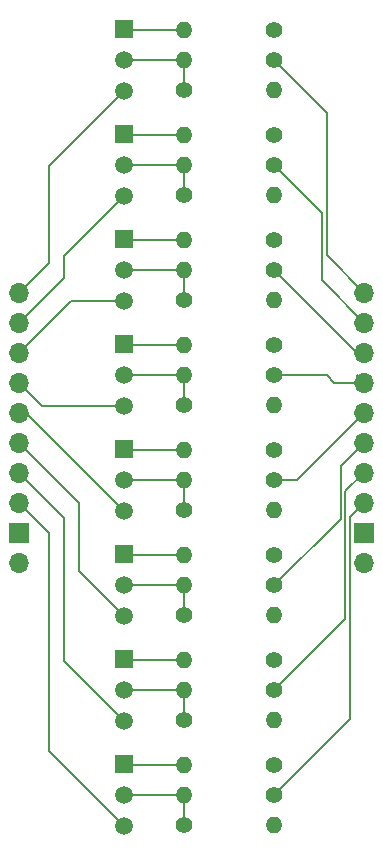
<source format=gtl>
%TF.GenerationSoftware,KiCad,Pcbnew,7.0.11*%
%TF.CreationDate,2024-05-22T14:54:00+02:00*%
%TF.ProjectId,Untitled,556e7469-746c-4656-942e-6b696361645f,1.0*%
%TF.SameCoordinates,Original*%
%TF.FileFunction,Copper,L1,Top*%
%TF.FilePolarity,Positive*%
%FSLAX46Y46*%
G04 Gerber Fmt 4.6, Leading zero omitted, Abs format (unit mm)*
G04 Created by KiCad (PCBNEW 7.0.11) date 2024-05-22 14:54:00*
%MOMM*%
%LPD*%
G01*
G04 APERTURE LIST*
%TA.AperFunction,ComponentPad*%
%ADD10R,1.500000X1.500000*%
%TD*%
%TA.AperFunction,ComponentPad*%
%ADD11C,1.500000*%
%TD*%
%TA.AperFunction,ComponentPad*%
%ADD12O,1.700000X1.700000*%
%TD*%
%TA.AperFunction,ComponentPad*%
%ADD13R,1.700000X1.700000*%
%TD*%
%TA.AperFunction,ComponentPad*%
%ADD14C,1.400000*%
%TD*%
%TA.AperFunction,ComponentPad*%
%ADD15O,1.400000X1.400000*%
%TD*%
%TA.AperFunction,Conductor*%
%ADD16C,0.200000*%
%TD*%
G04 APERTURE END LIST*
D10*
%TO.P,Q1,1,C*%
%TO.N,Net-(Q1-C)*%
X81280000Y-106620000D03*
D11*
%TO.P,Q1,2,B*%
%TO.N,Net-(Q1-B)*%
X81280000Y-109220000D03*
%TO.P,Q1,3,E*%
%TO.N,/VMA436_IN_1*%
X81280000Y-111820000D03*
%TD*%
D10*
%TO.P,Q2,1,C*%
%TO.N,Net-(Q2-C)*%
X81280000Y-97730000D03*
D11*
%TO.P,Q2,2,B*%
%TO.N,Net-(Q2-B)*%
X81280000Y-100330000D03*
%TO.P,Q2,3,E*%
%TO.N,/VMA436_IN_2*%
X81280000Y-102930000D03*
%TD*%
D10*
%TO.P,Q3,1,C*%
%TO.N,Net-(Q3-C)*%
X81280000Y-88840000D03*
D11*
%TO.P,Q3,2,B*%
%TO.N,Net-(Q3-B)*%
X81280000Y-91440000D03*
%TO.P,Q3,3,E*%
%TO.N,/VMA436_IN_3*%
X81280000Y-94040000D03*
%TD*%
D10*
%TO.P,Q4,1,C*%
%TO.N,Net-(Q4-C)*%
X81280000Y-79950000D03*
D11*
%TO.P,Q4,2,B*%
%TO.N,Net-(Q4-B)*%
X81280000Y-82550000D03*
%TO.P,Q4,3,E*%
%TO.N,/VMA436_IN_4*%
X81280000Y-85150000D03*
%TD*%
D10*
%TO.P,Q5,1,C*%
%TO.N,Net-(Q5-C)*%
X81280000Y-71060000D03*
D11*
%TO.P,Q5,2,B*%
%TO.N,Net-(Q5-B)*%
X81280000Y-73660000D03*
%TO.P,Q5,3,E*%
%TO.N,/VMA436_IN_5*%
X81280000Y-76260000D03*
%TD*%
D10*
%TO.P,Q6,1,C*%
%TO.N,Net-(Q6-C)*%
X81280000Y-62170000D03*
D11*
%TO.P,Q6,2,B*%
%TO.N,Net-(Q6-B)*%
X81280000Y-64770000D03*
%TO.P,Q6,3,E*%
%TO.N,/VMA436_IN_6*%
X81280000Y-67370000D03*
%TD*%
D10*
%TO.P,Q7,1,C*%
%TO.N,Net-(Q7-C)*%
X81280000Y-53280000D03*
D11*
%TO.P,Q7,2,B*%
%TO.N,Net-(Q7-B)*%
X81280000Y-55880000D03*
%TO.P,Q7,3,E*%
%TO.N,/VMA436_IN_7*%
X81280000Y-58480000D03*
%TD*%
D10*
%TO.P,Q8,1,C*%
%TO.N,Net-(Q8-C)*%
X81280000Y-44390000D03*
D11*
%TO.P,Q8,2,B*%
%TO.N,Net-(Q8-B)*%
X81280000Y-46990000D03*
%TO.P,Q8,3,E*%
%TO.N,/VMA436_IN_8*%
X81280000Y-49590000D03*
%TD*%
D12*
%TO.P,J2,1,Pin_1*%
%TO.N,/VMA436_IN_8*%
X72390000Y-66680000D03*
%TO.P,J2,2,Pin_2*%
%TO.N,/VMA436_IN_7*%
X72390000Y-69220000D03*
%TO.P,J2,3,Pin_3*%
%TO.N,/VMA436_IN_6*%
X72390000Y-71760000D03*
%TO.P,J2,4,Pin_4*%
%TO.N,/VMA436_IN_5*%
X72390000Y-74300000D03*
%TO.P,J2,5,Pin_5*%
%TO.N,/VMA436_IN_4*%
X72390000Y-76840000D03*
%TO.P,J2,6,Pin_6*%
%TO.N,/VMA436_IN_3*%
X72390000Y-79380000D03*
%TO.P,J2,7,Pin_7*%
%TO.N,/VMA436_IN_2*%
X72390000Y-81920000D03*
%TO.P,J2,8,Pin_8*%
%TO.N,/VMA436_IN_1*%
X72390000Y-84460000D03*
D13*
%TO.P,J2,9,Pin_9*%
%TO.N,GND*%
X72390000Y-87000000D03*
D12*
%TO.P,J2,10,Pin_10*%
%TO.N,/5V*%
X72390000Y-89540000D03*
%TD*%
D14*
%TO.P,R73,1*%
%TO.N,/5V*%
X93980000Y-53340000D03*
D15*
%TO.P,R73,2*%
%TO.N,Net-(Q7-C)*%
X86360000Y-53340000D03*
%TD*%
D14*
%TO.P,R83,1*%
%TO.N,/5V*%
X93980000Y-44450000D03*
D15*
%TO.P,R83,2*%
%TO.N,Net-(Q8-C)*%
X86360000Y-44450000D03*
%TD*%
D14*
%TO.P,R72,1*%
%TO.N,Net-(Q7-B)*%
X86360000Y-58420000D03*
D15*
%TO.P,R72,2*%
%TO.N,GND*%
X93980000Y-58420000D03*
%TD*%
D14*
%TO.P,R82,1*%
%TO.N,Net-(Q8-B)*%
X86360000Y-49530000D03*
D15*
%TO.P,R82,2*%
%TO.N,GND*%
X93980000Y-49530000D03*
%TD*%
D14*
%TO.P,R42,1*%
%TO.N,Net-(Q4-B)*%
X86360000Y-85090000D03*
D15*
%TO.P,R42,2*%
%TO.N,GND*%
X93980000Y-85090000D03*
%TD*%
D12*
%TO.P,J1,1,Pin_1*%
%TO.N,/TEGRA_OUT_8*%
X101600000Y-66675000D03*
%TO.P,J1,2,Pin_2*%
%TO.N,/TEGRA_OUT_7*%
X101600000Y-69215000D03*
%TO.P,J1,3,Pin_3*%
%TO.N,/TEGRA_OUT_6*%
X101600000Y-71755000D03*
%TO.P,J1,4,Pin_4*%
%TO.N,/TEGRA_OUT_5*%
X101600000Y-74295000D03*
%TO.P,J1,5,Pin_5*%
%TO.N,/TEGRA_OUT_4*%
X101600000Y-76835000D03*
%TO.P,J1,6,Pin_6*%
%TO.N,/TEGRA_OUT_3*%
X101600000Y-79375000D03*
%TO.P,J1,7,Pin_7*%
%TO.N,/TEGRA_OUT_2*%
X101600000Y-81915000D03*
%TO.P,J1,8,Pin_8*%
%TO.N,/TEGRA_OUT_1*%
X101600000Y-84455000D03*
D13*
%TO.P,J1,9,Pin_9*%
%TO.N,GND*%
X101600000Y-86995000D03*
D12*
%TO.P,J1,10,Pin_10*%
%TO.N,/5V*%
X101600000Y-89535000D03*
%TD*%
D14*
%TO.P,R31,1*%
%TO.N,/TEGRA_OUT_3*%
X93980000Y-91440000D03*
D15*
%TO.P,R31,2*%
%TO.N,Net-(Q3-B)*%
X86360000Y-91440000D03*
%TD*%
D14*
%TO.P,R51,1*%
%TO.N,/TEGRA_OUT_5*%
X93980000Y-73660000D03*
D15*
%TO.P,R51,2*%
%TO.N,Net-(Q5-B)*%
X86360000Y-73660000D03*
%TD*%
D14*
%TO.P,R22,1*%
%TO.N,Net-(Q2-B)*%
X86360000Y-102870000D03*
D15*
%TO.P,R22,2*%
%TO.N,GND*%
X93980000Y-102870000D03*
%TD*%
D14*
%TO.P,R81,1*%
%TO.N,/TEGRA_OUT_8*%
X93980000Y-46990000D03*
D15*
%TO.P,R81,2*%
%TO.N,Net-(Q8-B)*%
X86360000Y-46990000D03*
%TD*%
D14*
%TO.P,R23,1*%
%TO.N,/5V*%
X93980000Y-97790000D03*
D15*
%TO.P,R23,2*%
%TO.N,Net-(Q2-C)*%
X86360000Y-97790000D03*
%TD*%
D14*
%TO.P,R33,1*%
%TO.N,/5V*%
X93980000Y-88900000D03*
D15*
%TO.P,R33,2*%
%TO.N,Net-(Q3-C)*%
X86360000Y-88900000D03*
%TD*%
D14*
%TO.P,R13,1*%
%TO.N,/5V*%
X93980000Y-106680000D03*
D15*
%TO.P,R13,2*%
%TO.N,Net-(Q1-C)*%
X86360000Y-106680000D03*
%TD*%
D14*
%TO.P,R32,1*%
%TO.N,Net-(Q3-B)*%
X86360000Y-93980000D03*
D15*
%TO.P,R32,2*%
%TO.N,GND*%
X93980000Y-93980000D03*
%TD*%
D14*
%TO.P,R62,1*%
%TO.N,Net-(Q6-B)*%
X86360000Y-67310000D03*
D15*
%TO.P,R62,2*%
%TO.N,GND*%
X93980000Y-67310000D03*
%TD*%
D14*
%TO.P,R11,1*%
%TO.N,/TEGRA_OUT_1*%
X93980000Y-109220000D03*
D15*
%TO.P,R11,2*%
%TO.N,Net-(Q1-B)*%
X86360000Y-109220000D03*
%TD*%
D14*
%TO.P,R52,1*%
%TO.N,Net-(Q5-B)*%
X86360000Y-76200000D03*
D15*
%TO.P,R52,2*%
%TO.N,GND*%
X93980000Y-76200000D03*
%TD*%
D14*
%TO.P,R43,1*%
%TO.N,/5V*%
X93980000Y-80010000D03*
D15*
%TO.P,R43,2*%
%TO.N,Net-(Q4-C)*%
X86360000Y-80010000D03*
%TD*%
D14*
%TO.P,R71,1*%
%TO.N,/TEGRA_OUT_7*%
X93980000Y-55880000D03*
D15*
%TO.P,R71,2*%
%TO.N,Net-(Q7-B)*%
X86360000Y-55880000D03*
%TD*%
D14*
%TO.P,R21,1*%
%TO.N,/TEGRA_OUT_2*%
X93980000Y-100330000D03*
D15*
%TO.P,R21,2*%
%TO.N,Net-(Q2-B)*%
X86360000Y-100330000D03*
%TD*%
D14*
%TO.P,R61,1*%
%TO.N,/TEGRA_OUT_6*%
X93980000Y-64770000D03*
D15*
%TO.P,R61,2*%
%TO.N,Net-(Q6-B)*%
X86360000Y-64770000D03*
%TD*%
D14*
%TO.P,R63,1*%
%TO.N,/5V*%
X93980000Y-62230000D03*
D15*
%TO.P,R63,2*%
%TO.N,Net-(Q6-C)*%
X86360000Y-62230000D03*
%TD*%
D14*
%TO.P,R53,1*%
%TO.N,/5V*%
X93980000Y-71120000D03*
D15*
%TO.P,R53,2*%
%TO.N,Net-(Q5-C)*%
X86360000Y-71120000D03*
%TD*%
D14*
%TO.P,R12,1*%
%TO.N,Net-(Q1-B)*%
X86360000Y-111760000D03*
D15*
%TO.P,R12,2*%
%TO.N,GND*%
X93980000Y-111760000D03*
%TD*%
D14*
%TO.P,R41,1*%
%TO.N,/TEGRA_OUT_4*%
X93980000Y-82550000D03*
D15*
%TO.P,R41,2*%
%TO.N,Net-(Q4-B)*%
X86360000Y-82550000D03*
%TD*%
D16*
%TO.N,/VMA436_IN_6*%
X81280000Y-67370000D02*
X76780000Y-67370000D01*
X76780000Y-67370000D02*
X72390000Y-71760000D01*
%TO.N,/VMA436_IN_7*%
X81280000Y-58480000D02*
X76200000Y-63560000D01*
X76200000Y-65410000D02*
X72390000Y-69220000D01*
X76200000Y-63560000D02*
X76200000Y-65410000D01*
%TO.N,/VMA436_IN_8*%
X81280000Y-49590000D02*
X74930000Y-55940000D01*
X74930000Y-55940000D02*
X74930000Y-64140000D01*
X74930000Y-64140000D02*
X72390000Y-66680000D01*
%TO.N,/VMA436_IN_5*%
X81280000Y-76260000D02*
X74350000Y-76260000D01*
X74350000Y-76260000D02*
X72390000Y-74300000D01*
%TO.N,/VMA436_IN_4*%
X81280000Y-85150000D02*
X72970000Y-76840000D01*
X72970000Y-76840000D02*
X72390000Y-76840000D01*
%TO.N,/VMA436_IN_3*%
X81280000Y-94040000D02*
X77470000Y-90230000D01*
X77470000Y-84460000D02*
X72390000Y-79380000D01*
X77470000Y-90230000D02*
X77470000Y-84460000D01*
%TO.N,/VMA436_IN_2*%
X81280000Y-102930000D02*
X76200000Y-97850000D01*
X76200000Y-97850000D02*
X76200000Y-85730000D01*
X76200000Y-85730000D02*
X72390000Y-81920000D01*
%TO.N,/VMA436_IN_1*%
X81280000Y-111820000D02*
X74930000Y-105470000D01*
X74930000Y-105470000D02*
X74930000Y-87000000D01*
X74930000Y-87000000D02*
X72390000Y-84460000D01*
%TO.N,Net-(Q1-B)*%
X86360000Y-109220000D02*
X81280000Y-109220000D01*
%TO.N,Net-(Q1-C)*%
X86360000Y-106680000D02*
X81340000Y-106680000D01*
X81340000Y-106680000D02*
X81280000Y-106620000D01*
%TO.N,Net-(Q2-B)*%
X86360000Y-100330000D02*
X81280000Y-100330000D01*
%TO.N,Net-(Q2-C)*%
X86360000Y-97790000D02*
X81340000Y-97790000D01*
X81340000Y-97790000D02*
X81280000Y-97730000D01*
%TO.N,Net-(Q3-B)*%
X86360000Y-91440000D02*
X81280000Y-91440000D01*
%TO.N,Net-(Q3-C)*%
X86360000Y-88900000D02*
X81340000Y-88900000D01*
X81340000Y-88900000D02*
X81280000Y-88840000D01*
%TO.N,Net-(Q4-B)*%
X86360000Y-82550000D02*
X81280000Y-82550000D01*
%TO.N,Net-(Q4-C)*%
X86360000Y-80010000D02*
X81340000Y-80010000D01*
X81340000Y-80010000D02*
X81280000Y-79950000D01*
%TO.N,Net-(Q5-B)*%
X86360000Y-73660000D02*
X81280000Y-73660000D01*
%TO.N,Net-(Q5-C)*%
X86360000Y-71120000D02*
X81340000Y-71120000D01*
X81340000Y-71120000D02*
X81280000Y-71060000D01*
%TO.N,Net-(Q6-B)*%
X86360000Y-64770000D02*
X81280000Y-64770000D01*
%TO.N,Net-(Q6-C)*%
X86360000Y-62230000D02*
X81340000Y-62230000D01*
X81340000Y-62230000D02*
X81280000Y-62170000D01*
%TO.N,Net-(Q7-B)*%
X86360000Y-55880000D02*
X81280000Y-55880000D01*
%TO.N,Net-(Q7-C)*%
X86360000Y-53340000D02*
X81340000Y-53340000D01*
X81340000Y-53340000D02*
X81280000Y-53280000D01*
%TO.N,Net-(Q8-B)*%
X86360000Y-46990000D02*
X81280000Y-46990000D01*
%TO.N,Net-(Q8-C)*%
X86360000Y-44450000D02*
X81340000Y-44450000D01*
X81340000Y-44450000D02*
X81280000Y-44390000D01*
%TO.N,Net-(Q7-B)*%
X81340000Y-55880000D02*
X81280000Y-55940000D01*
%TO.N,Net-(Q8-C)*%
X86300000Y-44390000D02*
X86360000Y-44450000D01*
%TO.N,/TEGRA_OUT_1*%
X100400000Y-102800000D02*
X100400000Y-85655000D01*
X100400000Y-85655000D02*
X101600000Y-84455000D01*
X93980000Y-109220000D02*
X100400000Y-102800000D01*
%TO.N,/TEGRA_OUT_2*%
X93980000Y-100330000D02*
X100000000Y-94310000D01*
X100000000Y-94310000D02*
X100000000Y-83515000D01*
X100000000Y-83515000D02*
X101600000Y-81915000D01*
%TO.N,/TEGRA_OUT_3*%
X93980000Y-91440000D02*
X99600000Y-85820000D01*
X99600000Y-85820000D02*
X99600000Y-81375000D01*
X99600000Y-81375000D02*
X101600000Y-79375000D01*
%TO.N,/TEGRA_OUT_4*%
X93980000Y-82550000D02*
X95885000Y-82550000D01*
X95885000Y-82550000D02*
X101600000Y-76835000D01*
%TO.N,/TEGRA_OUT_5*%
X98425000Y-73660000D02*
X99060000Y-74295000D01*
X100965000Y-73660000D02*
X101600000Y-74295000D01*
X99060000Y-74295000D02*
X101600000Y-74295000D01*
X93980000Y-73660000D02*
X98425000Y-73660000D01*
%TO.N,/TEGRA_OUT_6*%
X100965000Y-71755000D02*
X101600000Y-71755000D01*
X93980000Y-64770000D02*
X100965000Y-71755000D01*
%TO.N,/TEGRA_OUT_7*%
X98025000Y-65640000D02*
X101600000Y-69215000D01*
X93980000Y-55880000D02*
X98025000Y-59925000D01*
X98025000Y-59925000D02*
X98025000Y-65640000D01*
%TO.N,/TEGRA_OUT_8*%
X98425000Y-51435000D02*
X98425000Y-63500000D01*
X93980000Y-46990000D02*
X98425000Y-51435000D01*
X98425000Y-63500000D02*
X101600000Y-66675000D01*
%TO.N,Net-(Q1-B)*%
X86360000Y-108585000D02*
X85725000Y-109220000D01*
X86360000Y-111760000D02*
X86360000Y-109220000D01*
%TO.N,Net-(Q2-B)*%
X86360000Y-102870000D02*
X86360000Y-100330000D01*
%TO.N,Net-(Q3-B)*%
X86360000Y-93980000D02*
X86360000Y-91440000D01*
%TO.N,Net-(Q4-B)*%
X86360000Y-85090000D02*
X86360000Y-82550000D01*
%TO.N,Net-(Q5-B)*%
X86360000Y-76200000D02*
X86360000Y-73660000D01*
%TO.N,Net-(Q6-B)*%
X86360000Y-67310000D02*
X86360000Y-64770000D01*
%TO.N,Net-(Q7-B)*%
X86360000Y-58420000D02*
X86360000Y-55880000D01*
%TO.N,Net-(Q8-B)*%
X86360000Y-49530000D02*
X86360000Y-46990000D01*
%TD*%
M02*

</source>
